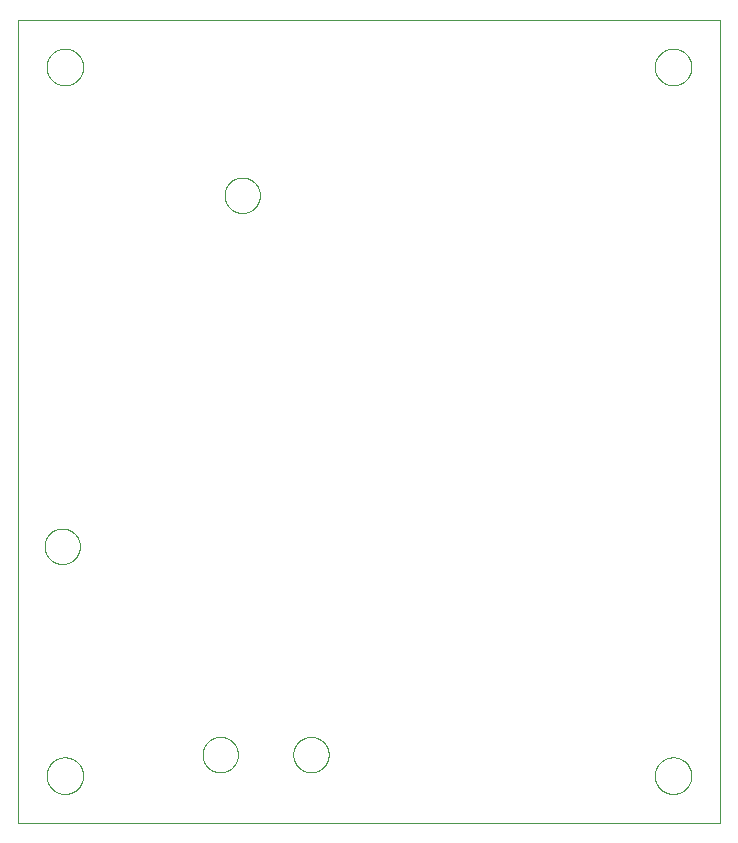
<source format=gbp>
G75*
%MOIN*%
%OFA0B0*%
%FSLAX25Y25*%
%IPPOS*%
%LPD*%
%AMOC8*
5,1,8,0,0,1.08239X$1,22.5*
%
%ADD10C,0.00000*%
D10*
X0001500Y0001500D02*
X0001500Y0269217D01*
X0235752Y0269217D01*
X0235752Y0001500D01*
X0001500Y0001500D01*
X0011146Y0017248D02*
X0011148Y0017404D01*
X0011154Y0017560D01*
X0011164Y0017715D01*
X0011178Y0017870D01*
X0011196Y0018025D01*
X0011218Y0018179D01*
X0011243Y0018333D01*
X0011273Y0018486D01*
X0011307Y0018638D01*
X0011344Y0018790D01*
X0011385Y0018940D01*
X0011430Y0019089D01*
X0011479Y0019237D01*
X0011532Y0019384D01*
X0011588Y0019529D01*
X0011648Y0019673D01*
X0011712Y0019815D01*
X0011780Y0019956D01*
X0011851Y0020094D01*
X0011925Y0020231D01*
X0012003Y0020366D01*
X0012084Y0020499D01*
X0012169Y0020630D01*
X0012257Y0020759D01*
X0012348Y0020885D01*
X0012443Y0021009D01*
X0012540Y0021130D01*
X0012641Y0021249D01*
X0012745Y0021366D01*
X0012851Y0021479D01*
X0012961Y0021590D01*
X0013073Y0021698D01*
X0013188Y0021803D01*
X0013306Y0021906D01*
X0013426Y0022005D01*
X0013549Y0022101D01*
X0013674Y0022194D01*
X0013801Y0022283D01*
X0013931Y0022370D01*
X0014063Y0022453D01*
X0014197Y0022532D01*
X0014333Y0022609D01*
X0014471Y0022681D01*
X0014610Y0022751D01*
X0014752Y0022816D01*
X0014895Y0022878D01*
X0015039Y0022936D01*
X0015185Y0022991D01*
X0015333Y0023042D01*
X0015481Y0023089D01*
X0015631Y0023132D01*
X0015782Y0023171D01*
X0015934Y0023207D01*
X0016086Y0023238D01*
X0016240Y0023266D01*
X0016394Y0023290D01*
X0016548Y0023310D01*
X0016703Y0023326D01*
X0016859Y0023338D01*
X0017014Y0023346D01*
X0017170Y0023350D01*
X0017326Y0023350D01*
X0017482Y0023346D01*
X0017637Y0023338D01*
X0017793Y0023326D01*
X0017948Y0023310D01*
X0018102Y0023290D01*
X0018256Y0023266D01*
X0018410Y0023238D01*
X0018562Y0023207D01*
X0018714Y0023171D01*
X0018865Y0023132D01*
X0019015Y0023089D01*
X0019163Y0023042D01*
X0019311Y0022991D01*
X0019457Y0022936D01*
X0019601Y0022878D01*
X0019744Y0022816D01*
X0019886Y0022751D01*
X0020025Y0022681D01*
X0020163Y0022609D01*
X0020299Y0022532D01*
X0020433Y0022453D01*
X0020565Y0022370D01*
X0020695Y0022283D01*
X0020822Y0022194D01*
X0020947Y0022101D01*
X0021070Y0022005D01*
X0021190Y0021906D01*
X0021308Y0021803D01*
X0021423Y0021698D01*
X0021535Y0021590D01*
X0021645Y0021479D01*
X0021751Y0021366D01*
X0021855Y0021249D01*
X0021956Y0021130D01*
X0022053Y0021009D01*
X0022148Y0020885D01*
X0022239Y0020759D01*
X0022327Y0020630D01*
X0022412Y0020499D01*
X0022493Y0020366D01*
X0022571Y0020231D01*
X0022645Y0020094D01*
X0022716Y0019956D01*
X0022784Y0019815D01*
X0022848Y0019673D01*
X0022908Y0019529D01*
X0022964Y0019384D01*
X0023017Y0019237D01*
X0023066Y0019089D01*
X0023111Y0018940D01*
X0023152Y0018790D01*
X0023189Y0018638D01*
X0023223Y0018486D01*
X0023253Y0018333D01*
X0023278Y0018179D01*
X0023300Y0018025D01*
X0023318Y0017870D01*
X0023332Y0017715D01*
X0023342Y0017560D01*
X0023348Y0017404D01*
X0023350Y0017248D01*
X0023348Y0017092D01*
X0023342Y0016936D01*
X0023332Y0016781D01*
X0023318Y0016626D01*
X0023300Y0016471D01*
X0023278Y0016317D01*
X0023253Y0016163D01*
X0023223Y0016010D01*
X0023189Y0015858D01*
X0023152Y0015706D01*
X0023111Y0015556D01*
X0023066Y0015407D01*
X0023017Y0015259D01*
X0022964Y0015112D01*
X0022908Y0014967D01*
X0022848Y0014823D01*
X0022784Y0014681D01*
X0022716Y0014540D01*
X0022645Y0014402D01*
X0022571Y0014265D01*
X0022493Y0014130D01*
X0022412Y0013997D01*
X0022327Y0013866D01*
X0022239Y0013737D01*
X0022148Y0013611D01*
X0022053Y0013487D01*
X0021956Y0013366D01*
X0021855Y0013247D01*
X0021751Y0013130D01*
X0021645Y0013017D01*
X0021535Y0012906D01*
X0021423Y0012798D01*
X0021308Y0012693D01*
X0021190Y0012590D01*
X0021070Y0012491D01*
X0020947Y0012395D01*
X0020822Y0012302D01*
X0020695Y0012213D01*
X0020565Y0012126D01*
X0020433Y0012043D01*
X0020299Y0011964D01*
X0020163Y0011887D01*
X0020025Y0011815D01*
X0019886Y0011745D01*
X0019744Y0011680D01*
X0019601Y0011618D01*
X0019457Y0011560D01*
X0019311Y0011505D01*
X0019163Y0011454D01*
X0019015Y0011407D01*
X0018865Y0011364D01*
X0018714Y0011325D01*
X0018562Y0011289D01*
X0018410Y0011258D01*
X0018256Y0011230D01*
X0018102Y0011206D01*
X0017948Y0011186D01*
X0017793Y0011170D01*
X0017637Y0011158D01*
X0017482Y0011150D01*
X0017326Y0011146D01*
X0017170Y0011146D01*
X0017014Y0011150D01*
X0016859Y0011158D01*
X0016703Y0011170D01*
X0016548Y0011186D01*
X0016394Y0011206D01*
X0016240Y0011230D01*
X0016086Y0011258D01*
X0015934Y0011289D01*
X0015782Y0011325D01*
X0015631Y0011364D01*
X0015481Y0011407D01*
X0015333Y0011454D01*
X0015185Y0011505D01*
X0015039Y0011560D01*
X0014895Y0011618D01*
X0014752Y0011680D01*
X0014610Y0011745D01*
X0014471Y0011815D01*
X0014333Y0011887D01*
X0014197Y0011964D01*
X0014063Y0012043D01*
X0013931Y0012126D01*
X0013801Y0012213D01*
X0013674Y0012302D01*
X0013549Y0012395D01*
X0013426Y0012491D01*
X0013306Y0012590D01*
X0013188Y0012693D01*
X0013073Y0012798D01*
X0012961Y0012906D01*
X0012851Y0013017D01*
X0012745Y0013130D01*
X0012641Y0013247D01*
X0012540Y0013366D01*
X0012443Y0013487D01*
X0012348Y0013611D01*
X0012257Y0013737D01*
X0012169Y0013866D01*
X0012084Y0013997D01*
X0012003Y0014130D01*
X0011925Y0014265D01*
X0011851Y0014402D01*
X0011780Y0014540D01*
X0011712Y0014681D01*
X0011648Y0014823D01*
X0011588Y0014967D01*
X0011532Y0015112D01*
X0011479Y0015259D01*
X0011430Y0015407D01*
X0011385Y0015556D01*
X0011344Y0015706D01*
X0011307Y0015858D01*
X0011273Y0016010D01*
X0011243Y0016163D01*
X0011218Y0016317D01*
X0011196Y0016471D01*
X0011178Y0016626D01*
X0011164Y0016781D01*
X0011154Y0016936D01*
X0011148Y0017092D01*
X0011146Y0017248D01*
X0063153Y0024256D02*
X0063155Y0024409D01*
X0063161Y0024563D01*
X0063171Y0024716D01*
X0063185Y0024868D01*
X0063203Y0025021D01*
X0063225Y0025172D01*
X0063250Y0025323D01*
X0063280Y0025474D01*
X0063314Y0025624D01*
X0063351Y0025772D01*
X0063392Y0025920D01*
X0063437Y0026066D01*
X0063486Y0026212D01*
X0063539Y0026356D01*
X0063595Y0026498D01*
X0063655Y0026639D01*
X0063719Y0026779D01*
X0063786Y0026917D01*
X0063857Y0027053D01*
X0063932Y0027187D01*
X0064009Y0027319D01*
X0064091Y0027449D01*
X0064175Y0027577D01*
X0064263Y0027703D01*
X0064354Y0027826D01*
X0064448Y0027947D01*
X0064546Y0028065D01*
X0064646Y0028181D01*
X0064750Y0028294D01*
X0064856Y0028405D01*
X0064965Y0028513D01*
X0065077Y0028618D01*
X0065191Y0028719D01*
X0065309Y0028818D01*
X0065428Y0028914D01*
X0065550Y0029007D01*
X0065675Y0029096D01*
X0065802Y0029183D01*
X0065931Y0029265D01*
X0066062Y0029345D01*
X0066195Y0029421D01*
X0066330Y0029494D01*
X0066467Y0029563D01*
X0066606Y0029628D01*
X0066746Y0029690D01*
X0066888Y0029748D01*
X0067031Y0029803D01*
X0067176Y0029854D01*
X0067322Y0029901D01*
X0067469Y0029944D01*
X0067617Y0029983D01*
X0067766Y0030019D01*
X0067916Y0030050D01*
X0068067Y0030078D01*
X0068218Y0030102D01*
X0068371Y0030122D01*
X0068523Y0030138D01*
X0068676Y0030150D01*
X0068829Y0030158D01*
X0068982Y0030162D01*
X0069136Y0030162D01*
X0069289Y0030158D01*
X0069442Y0030150D01*
X0069595Y0030138D01*
X0069747Y0030122D01*
X0069900Y0030102D01*
X0070051Y0030078D01*
X0070202Y0030050D01*
X0070352Y0030019D01*
X0070501Y0029983D01*
X0070649Y0029944D01*
X0070796Y0029901D01*
X0070942Y0029854D01*
X0071087Y0029803D01*
X0071230Y0029748D01*
X0071372Y0029690D01*
X0071512Y0029628D01*
X0071651Y0029563D01*
X0071788Y0029494D01*
X0071923Y0029421D01*
X0072056Y0029345D01*
X0072187Y0029265D01*
X0072316Y0029183D01*
X0072443Y0029096D01*
X0072568Y0029007D01*
X0072690Y0028914D01*
X0072809Y0028818D01*
X0072927Y0028719D01*
X0073041Y0028618D01*
X0073153Y0028513D01*
X0073262Y0028405D01*
X0073368Y0028294D01*
X0073472Y0028181D01*
X0073572Y0028065D01*
X0073670Y0027947D01*
X0073764Y0027826D01*
X0073855Y0027703D01*
X0073943Y0027577D01*
X0074027Y0027449D01*
X0074109Y0027319D01*
X0074186Y0027187D01*
X0074261Y0027053D01*
X0074332Y0026917D01*
X0074399Y0026779D01*
X0074463Y0026639D01*
X0074523Y0026498D01*
X0074579Y0026356D01*
X0074632Y0026212D01*
X0074681Y0026066D01*
X0074726Y0025920D01*
X0074767Y0025772D01*
X0074804Y0025624D01*
X0074838Y0025474D01*
X0074868Y0025323D01*
X0074893Y0025172D01*
X0074915Y0025021D01*
X0074933Y0024868D01*
X0074947Y0024716D01*
X0074957Y0024563D01*
X0074963Y0024409D01*
X0074965Y0024256D01*
X0074963Y0024103D01*
X0074957Y0023949D01*
X0074947Y0023796D01*
X0074933Y0023644D01*
X0074915Y0023491D01*
X0074893Y0023340D01*
X0074868Y0023189D01*
X0074838Y0023038D01*
X0074804Y0022888D01*
X0074767Y0022740D01*
X0074726Y0022592D01*
X0074681Y0022446D01*
X0074632Y0022300D01*
X0074579Y0022156D01*
X0074523Y0022014D01*
X0074463Y0021873D01*
X0074399Y0021733D01*
X0074332Y0021595D01*
X0074261Y0021459D01*
X0074186Y0021325D01*
X0074109Y0021193D01*
X0074027Y0021063D01*
X0073943Y0020935D01*
X0073855Y0020809D01*
X0073764Y0020686D01*
X0073670Y0020565D01*
X0073572Y0020447D01*
X0073472Y0020331D01*
X0073368Y0020218D01*
X0073262Y0020107D01*
X0073153Y0019999D01*
X0073041Y0019894D01*
X0072927Y0019793D01*
X0072809Y0019694D01*
X0072690Y0019598D01*
X0072568Y0019505D01*
X0072443Y0019416D01*
X0072316Y0019329D01*
X0072187Y0019247D01*
X0072056Y0019167D01*
X0071923Y0019091D01*
X0071788Y0019018D01*
X0071651Y0018949D01*
X0071512Y0018884D01*
X0071372Y0018822D01*
X0071230Y0018764D01*
X0071087Y0018709D01*
X0070942Y0018658D01*
X0070796Y0018611D01*
X0070649Y0018568D01*
X0070501Y0018529D01*
X0070352Y0018493D01*
X0070202Y0018462D01*
X0070051Y0018434D01*
X0069900Y0018410D01*
X0069747Y0018390D01*
X0069595Y0018374D01*
X0069442Y0018362D01*
X0069289Y0018354D01*
X0069136Y0018350D01*
X0068982Y0018350D01*
X0068829Y0018354D01*
X0068676Y0018362D01*
X0068523Y0018374D01*
X0068371Y0018390D01*
X0068218Y0018410D01*
X0068067Y0018434D01*
X0067916Y0018462D01*
X0067766Y0018493D01*
X0067617Y0018529D01*
X0067469Y0018568D01*
X0067322Y0018611D01*
X0067176Y0018658D01*
X0067031Y0018709D01*
X0066888Y0018764D01*
X0066746Y0018822D01*
X0066606Y0018884D01*
X0066467Y0018949D01*
X0066330Y0019018D01*
X0066195Y0019091D01*
X0066062Y0019167D01*
X0065931Y0019247D01*
X0065802Y0019329D01*
X0065675Y0019416D01*
X0065550Y0019505D01*
X0065428Y0019598D01*
X0065309Y0019694D01*
X0065191Y0019793D01*
X0065077Y0019894D01*
X0064965Y0019999D01*
X0064856Y0020107D01*
X0064750Y0020218D01*
X0064646Y0020331D01*
X0064546Y0020447D01*
X0064448Y0020565D01*
X0064354Y0020686D01*
X0064263Y0020809D01*
X0064175Y0020935D01*
X0064091Y0021063D01*
X0064009Y0021193D01*
X0063932Y0021325D01*
X0063857Y0021459D01*
X0063786Y0021595D01*
X0063719Y0021733D01*
X0063655Y0021873D01*
X0063595Y0022014D01*
X0063539Y0022156D01*
X0063486Y0022300D01*
X0063437Y0022446D01*
X0063392Y0022592D01*
X0063351Y0022740D01*
X0063314Y0022888D01*
X0063280Y0023038D01*
X0063250Y0023189D01*
X0063225Y0023340D01*
X0063203Y0023491D01*
X0063185Y0023644D01*
X0063171Y0023796D01*
X0063161Y0023949D01*
X0063155Y0024103D01*
X0063153Y0024256D01*
X0093389Y0024256D02*
X0093391Y0024409D01*
X0093397Y0024563D01*
X0093407Y0024716D01*
X0093421Y0024868D01*
X0093439Y0025021D01*
X0093461Y0025172D01*
X0093486Y0025323D01*
X0093516Y0025474D01*
X0093550Y0025624D01*
X0093587Y0025772D01*
X0093628Y0025920D01*
X0093673Y0026066D01*
X0093722Y0026212D01*
X0093775Y0026356D01*
X0093831Y0026498D01*
X0093891Y0026639D01*
X0093955Y0026779D01*
X0094022Y0026917D01*
X0094093Y0027053D01*
X0094168Y0027187D01*
X0094245Y0027319D01*
X0094327Y0027449D01*
X0094411Y0027577D01*
X0094499Y0027703D01*
X0094590Y0027826D01*
X0094684Y0027947D01*
X0094782Y0028065D01*
X0094882Y0028181D01*
X0094986Y0028294D01*
X0095092Y0028405D01*
X0095201Y0028513D01*
X0095313Y0028618D01*
X0095427Y0028719D01*
X0095545Y0028818D01*
X0095664Y0028914D01*
X0095786Y0029007D01*
X0095911Y0029096D01*
X0096038Y0029183D01*
X0096167Y0029265D01*
X0096298Y0029345D01*
X0096431Y0029421D01*
X0096566Y0029494D01*
X0096703Y0029563D01*
X0096842Y0029628D01*
X0096982Y0029690D01*
X0097124Y0029748D01*
X0097267Y0029803D01*
X0097412Y0029854D01*
X0097558Y0029901D01*
X0097705Y0029944D01*
X0097853Y0029983D01*
X0098002Y0030019D01*
X0098152Y0030050D01*
X0098303Y0030078D01*
X0098454Y0030102D01*
X0098607Y0030122D01*
X0098759Y0030138D01*
X0098912Y0030150D01*
X0099065Y0030158D01*
X0099218Y0030162D01*
X0099372Y0030162D01*
X0099525Y0030158D01*
X0099678Y0030150D01*
X0099831Y0030138D01*
X0099983Y0030122D01*
X0100136Y0030102D01*
X0100287Y0030078D01*
X0100438Y0030050D01*
X0100588Y0030019D01*
X0100737Y0029983D01*
X0100885Y0029944D01*
X0101032Y0029901D01*
X0101178Y0029854D01*
X0101323Y0029803D01*
X0101466Y0029748D01*
X0101608Y0029690D01*
X0101748Y0029628D01*
X0101887Y0029563D01*
X0102024Y0029494D01*
X0102159Y0029421D01*
X0102292Y0029345D01*
X0102423Y0029265D01*
X0102552Y0029183D01*
X0102679Y0029096D01*
X0102804Y0029007D01*
X0102926Y0028914D01*
X0103045Y0028818D01*
X0103163Y0028719D01*
X0103277Y0028618D01*
X0103389Y0028513D01*
X0103498Y0028405D01*
X0103604Y0028294D01*
X0103708Y0028181D01*
X0103808Y0028065D01*
X0103906Y0027947D01*
X0104000Y0027826D01*
X0104091Y0027703D01*
X0104179Y0027577D01*
X0104263Y0027449D01*
X0104345Y0027319D01*
X0104422Y0027187D01*
X0104497Y0027053D01*
X0104568Y0026917D01*
X0104635Y0026779D01*
X0104699Y0026639D01*
X0104759Y0026498D01*
X0104815Y0026356D01*
X0104868Y0026212D01*
X0104917Y0026066D01*
X0104962Y0025920D01*
X0105003Y0025772D01*
X0105040Y0025624D01*
X0105074Y0025474D01*
X0105104Y0025323D01*
X0105129Y0025172D01*
X0105151Y0025021D01*
X0105169Y0024868D01*
X0105183Y0024716D01*
X0105193Y0024563D01*
X0105199Y0024409D01*
X0105201Y0024256D01*
X0105199Y0024103D01*
X0105193Y0023949D01*
X0105183Y0023796D01*
X0105169Y0023644D01*
X0105151Y0023491D01*
X0105129Y0023340D01*
X0105104Y0023189D01*
X0105074Y0023038D01*
X0105040Y0022888D01*
X0105003Y0022740D01*
X0104962Y0022592D01*
X0104917Y0022446D01*
X0104868Y0022300D01*
X0104815Y0022156D01*
X0104759Y0022014D01*
X0104699Y0021873D01*
X0104635Y0021733D01*
X0104568Y0021595D01*
X0104497Y0021459D01*
X0104422Y0021325D01*
X0104345Y0021193D01*
X0104263Y0021063D01*
X0104179Y0020935D01*
X0104091Y0020809D01*
X0104000Y0020686D01*
X0103906Y0020565D01*
X0103808Y0020447D01*
X0103708Y0020331D01*
X0103604Y0020218D01*
X0103498Y0020107D01*
X0103389Y0019999D01*
X0103277Y0019894D01*
X0103163Y0019793D01*
X0103045Y0019694D01*
X0102926Y0019598D01*
X0102804Y0019505D01*
X0102679Y0019416D01*
X0102552Y0019329D01*
X0102423Y0019247D01*
X0102292Y0019167D01*
X0102159Y0019091D01*
X0102024Y0019018D01*
X0101887Y0018949D01*
X0101748Y0018884D01*
X0101608Y0018822D01*
X0101466Y0018764D01*
X0101323Y0018709D01*
X0101178Y0018658D01*
X0101032Y0018611D01*
X0100885Y0018568D01*
X0100737Y0018529D01*
X0100588Y0018493D01*
X0100438Y0018462D01*
X0100287Y0018434D01*
X0100136Y0018410D01*
X0099983Y0018390D01*
X0099831Y0018374D01*
X0099678Y0018362D01*
X0099525Y0018354D01*
X0099372Y0018350D01*
X0099218Y0018350D01*
X0099065Y0018354D01*
X0098912Y0018362D01*
X0098759Y0018374D01*
X0098607Y0018390D01*
X0098454Y0018410D01*
X0098303Y0018434D01*
X0098152Y0018462D01*
X0098002Y0018493D01*
X0097853Y0018529D01*
X0097705Y0018568D01*
X0097558Y0018611D01*
X0097412Y0018658D01*
X0097267Y0018709D01*
X0097124Y0018764D01*
X0096982Y0018822D01*
X0096842Y0018884D01*
X0096703Y0018949D01*
X0096566Y0019018D01*
X0096431Y0019091D01*
X0096298Y0019167D01*
X0096167Y0019247D01*
X0096038Y0019329D01*
X0095911Y0019416D01*
X0095786Y0019505D01*
X0095664Y0019598D01*
X0095545Y0019694D01*
X0095427Y0019793D01*
X0095313Y0019894D01*
X0095201Y0019999D01*
X0095092Y0020107D01*
X0094986Y0020218D01*
X0094882Y0020331D01*
X0094782Y0020447D01*
X0094684Y0020565D01*
X0094590Y0020686D01*
X0094499Y0020809D01*
X0094411Y0020935D01*
X0094327Y0021063D01*
X0094245Y0021193D01*
X0094168Y0021325D01*
X0094093Y0021459D01*
X0094022Y0021595D01*
X0093955Y0021733D01*
X0093891Y0021873D01*
X0093831Y0022014D01*
X0093775Y0022156D01*
X0093722Y0022300D01*
X0093673Y0022446D01*
X0093628Y0022592D01*
X0093587Y0022740D01*
X0093550Y0022888D01*
X0093516Y0023038D01*
X0093486Y0023189D01*
X0093461Y0023340D01*
X0093439Y0023491D01*
X0093421Y0023644D01*
X0093407Y0023796D01*
X0093397Y0023949D01*
X0093391Y0024103D01*
X0093389Y0024256D01*
X0010476Y0093713D02*
X0010478Y0093866D01*
X0010484Y0094020D01*
X0010494Y0094173D01*
X0010508Y0094325D01*
X0010526Y0094478D01*
X0010548Y0094629D01*
X0010573Y0094780D01*
X0010603Y0094931D01*
X0010637Y0095081D01*
X0010674Y0095229D01*
X0010715Y0095377D01*
X0010760Y0095523D01*
X0010809Y0095669D01*
X0010862Y0095813D01*
X0010918Y0095955D01*
X0010978Y0096096D01*
X0011042Y0096236D01*
X0011109Y0096374D01*
X0011180Y0096510D01*
X0011255Y0096644D01*
X0011332Y0096776D01*
X0011414Y0096906D01*
X0011498Y0097034D01*
X0011586Y0097160D01*
X0011677Y0097283D01*
X0011771Y0097404D01*
X0011869Y0097522D01*
X0011969Y0097638D01*
X0012073Y0097751D01*
X0012179Y0097862D01*
X0012288Y0097970D01*
X0012400Y0098075D01*
X0012514Y0098176D01*
X0012632Y0098275D01*
X0012751Y0098371D01*
X0012873Y0098464D01*
X0012998Y0098553D01*
X0013125Y0098640D01*
X0013254Y0098722D01*
X0013385Y0098802D01*
X0013518Y0098878D01*
X0013653Y0098951D01*
X0013790Y0099020D01*
X0013929Y0099085D01*
X0014069Y0099147D01*
X0014211Y0099205D01*
X0014354Y0099260D01*
X0014499Y0099311D01*
X0014645Y0099358D01*
X0014792Y0099401D01*
X0014940Y0099440D01*
X0015089Y0099476D01*
X0015239Y0099507D01*
X0015390Y0099535D01*
X0015541Y0099559D01*
X0015694Y0099579D01*
X0015846Y0099595D01*
X0015999Y0099607D01*
X0016152Y0099615D01*
X0016305Y0099619D01*
X0016459Y0099619D01*
X0016612Y0099615D01*
X0016765Y0099607D01*
X0016918Y0099595D01*
X0017070Y0099579D01*
X0017223Y0099559D01*
X0017374Y0099535D01*
X0017525Y0099507D01*
X0017675Y0099476D01*
X0017824Y0099440D01*
X0017972Y0099401D01*
X0018119Y0099358D01*
X0018265Y0099311D01*
X0018410Y0099260D01*
X0018553Y0099205D01*
X0018695Y0099147D01*
X0018835Y0099085D01*
X0018974Y0099020D01*
X0019111Y0098951D01*
X0019246Y0098878D01*
X0019379Y0098802D01*
X0019510Y0098722D01*
X0019639Y0098640D01*
X0019766Y0098553D01*
X0019891Y0098464D01*
X0020013Y0098371D01*
X0020132Y0098275D01*
X0020250Y0098176D01*
X0020364Y0098075D01*
X0020476Y0097970D01*
X0020585Y0097862D01*
X0020691Y0097751D01*
X0020795Y0097638D01*
X0020895Y0097522D01*
X0020993Y0097404D01*
X0021087Y0097283D01*
X0021178Y0097160D01*
X0021266Y0097034D01*
X0021350Y0096906D01*
X0021432Y0096776D01*
X0021509Y0096644D01*
X0021584Y0096510D01*
X0021655Y0096374D01*
X0021722Y0096236D01*
X0021786Y0096096D01*
X0021846Y0095955D01*
X0021902Y0095813D01*
X0021955Y0095669D01*
X0022004Y0095523D01*
X0022049Y0095377D01*
X0022090Y0095229D01*
X0022127Y0095081D01*
X0022161Y0094931D01*
X0022191Y0094780D01*
X0022216Y0094629D01*
X0022238Y0094478D01*
X0022256Y0094325D01*
X0022270Y0094173D01*
X0022280Y0094020D01*
X0022286Y0093866D01*
X0022288Y0093713D01*
X0022286Y0093560D01*
X0022280Y0093406D01*
X0022270Y0093253D01*
X0022256Y0093101D01*
X0022238Y0092948D01*
X0022216Y0092797D01*
X0022191Y0092646D01*
X0022161Y0092495D01*
X0022127Y0092345D01*
X0022090Y0092197D01*
X0022049Y0092049D01*
X0022004Y0091903D01*
X0021955Y0091757D01*
X0021902Y0091613D01*
X0021846Y0091471D01*
X0021786Y0091330D01*
X0021722Y0091190D01*
X0021655Y0091052D01*
X0021584Y0090916D01*
X0021509Y0090782D01*
X0021432Y0090650D01*
X0021350Y0090520D01*
X0021266Y0090392D01*
X0021178Y0090266D01*
X0021087Y0090143D01*
X0020993Y0090022D01*
X0020895Y0089904D01*
X0020795Y0089788D01*
X0020691Y0089675D01*
X0020585Y0089564D01*
X0020476Y0089456D01*
X0020364Y0089351D01*
X0020250Y0089250D01*
X0020132Y0089151D01*
X0020013Y0089055D01*
X0019891Y0088962D01*
X0019766Y0088873D01*
X0019639Y0088786D01*
X0019510Y0088704D01*
X0019379Y0088624D01*
X0019246Y0088548D01*
X0019111Y0088475D01*
X0018974Y0088406D01*
X0018835Y0088341D01*
X0018695Y0088279D01*
X0018553Y0088221D01*
X0018410Y0088166D01*
X0018265Y0088115D01*
X0018119Y0088068D01*
X0017972Y0088025D01*
X0017824Y0087986D01*
X0017675Y0087950D01*
X0017525Y0087919D01*
X0017374Y0087891D01*
X0017223Y0087867D01*
X0017070Y0087847D01*
X0016918Y0087831D01*
X0016765Y0087819D01*
X0016612Y0087811D01*
X0016459Y0087807D01*
X0016305Y0087807D01*
X0016152Y0087811D01*
X0015999Y0087819D01*
X0015846Y0087831D01*
X0015694Y0087847D01*
X0015541Y0087867D01*
X0015390Y0087891D01*
X0015239Y0087919D01*
X0015089Y0087950D01*
X0014940Y0087986D01*
X0014792Y0088025D01*
X0014645Y0088068D01*
X0014499Y0088115D01*
X0014354Y0088166D01*
X0014211Y0088221D01*
X0014069Y0088279D01*
X0013929Y0088341D01*
X0013790Y0088406D01*
X0013653Y0088475D01*
X0013518Y0088548D01*
X0013385Y0088624D01*
X0013254Y0088704D01*
X0013125Y0088786D01*
X0012998Y0088873D01*
X0012873Y0088962D01*
X0012751Y0089055D01*
X0012632Y0089151D01*
X0012514Y0089250D01*
X0012400Y0089351D01*
X0012288Y0089456D01*
X0012179Y0089564D01*
X0012073Y0089675D01*
X0011969Y0089788D01*
X0011869Y0089904D01*
X0011771Y0090022D01*
X0011677Y0090143D01*
X0011586Y0090266D01*
X0011498Y0090392D01*
X0011414Y0090520D01*
X0011332Y0090650D01*
X0011255Y0090782D01*
X0011180Y0090916D01*
X0011109Y0091052D01*
X0011042Y0091190D01*
X0010978Y0091330D01*
X0010918Y0091471D01*
X0010862Y0091613D01*
X0010809Y0091757D01*
X0010760Y0091903D01*
X0010715Y0092049D01*
X0010674Y0092197D01*
X0010637Y0092345D01*
X0010603Y0092495D01*
X0010573Y0092646D01*
X0010548Y0092797D01*
X0010526Y0092948D01*
X0010508Y0093101D01*
X0010494Y0093253D01*
X0010484Y0093406D01*
X0010478Y0093560D01*
X0010476Y0093713D01*
X0070476Y0210713D02*
X0070478Y0210866D01*
X0070484Y0211020D01*
X0070494Y0211173D01*
X0070508Y0211325D01*
X0070526Y0211478D01*
X0070548Y0211629D01*
X0070573Y0211780D01*
X0070603Y0211931D01*
X0070637Y0212081D01*
X0070674Y0212229D01*
X0070715Y0212377D01*
X0070760Y0212523D01*
X0070809Y0212669D01*
X0070862Y0212813D01*
X0070918Y0212955D01*
X0070978Y0213096D01*
X0071042Y0213236D01*
X0071109Y0213374D01*
X0071180Y0213510D01*
X0071255Y0213644D01*
X0071332Y0213776D01*
X0071414Y0213906D01*
X0071498Y0214034D01*
X0071586Y0214160D01*
X0071677Y0214283D01*
X0071771Y0214404D01*
X0071869Y0214522D01*
X0071969Y0214638D01*
X0072073Y0214751D01*
X0072179Y0214862D01*
X0072288Y0214970D01*
X0072400Y0215075D01*
X0072514Y0215176D01*
X0072632Y0215275D01*
X0072751Y0215371D01*
X0072873Y0215464D01*
X0072998Y0215553D01*
X0073125Y0215640D01*
X0073254Y0215722D01*
X0073385Y0215802D01*
X0073518Y0215878D01*
X0073653Y0215951D01*
X0073790Y0216020D01*
X0073929Y0216085D01*
X0074069Y0216147D01*
X0074211Y0216205D01*
X0074354Y0216260D01*
X0074499Y0216311D01*
X0074645Y0216358D01*
X0074792Y0216401D01*
X0074940Y0216440D01*
X0075089Y0216476D01*
X0075239Y0216507D01*
X0075390Y0216535D01*
X0075541Y0216559D01*
X0075694Y0216579D01*
X0075846Y0216595D01*
X0075999Y0216607D01*
X0076152Y0216615D01*
X0076305Y0216619D01*
X0076459Y0216619D01*
X0076612Y0216615D01*
X0076765Y0216607D01*
X0076918Y0216595D01*
X0077070Y0216579D01*
X0077223Y0216559D01*
X0077374Y0216535D01*
X0077525Y0216507D01*
X0077675Y0216476D01*
X0077824Y0216440D01*
X0077972Y0216401D01*
X0078119Y0216358D01*
X0078265Y0216311D01*
X0078410Y0216260D01*
X0078553Y0216205D01*
X0078695Y0216147D01*
X0078835Y0216085D01*
X0078974Y0216020D01*
X0079111Y0215951D01*
X0079246Y0215878D01*
X0079379Y0215802D01*
X0079510Y0215722D01*
X0079639Y0215640D01*
X0079766Y0215553D01*
X0079891Y0215464D01*
X0080013Y0215371D01*
X0080132Y0215275D01*
X0080250Y0215176D01*
X0080364Y0215075D01*
X0080476Y0214970D01*
X0080585Y0214862D01*
X0080691Y0214751D01*
X0080795Y0214638D01*
X0080895Y0214522D01*
X0080993Y0214404D01*
X0081087Y0214283D01*
X0081178Y0214160D01*
X0081266Y0214034D01*
X0081350Y0213906D01*
X0081432Y0213776D01*
X0081509Y0213644D01*
X0081584Y0213510D01*
X0081655Y0213374D01*
X0081722Y0213236D01*
X0081786Y0213096D01*
X0081846Y0212955D01*
X0081902Y0212813D01*
X0081955Y0212669D01*
X0082004Y0212523D01*
X0082049Y0212377D01*
X0082090Y0212229D01*
X0082127Y0212081D01*
X0082161Y0211931D01*
X0082191Y0211780D01*
X0082216Y0211629D01*
X0082238Y0211478D01*
X0082256Y0211325D01*
X0082270Y0211173D01*
X0082280Y0211020D01*
X0082286Y0210866D01*
X0082288Y0210713D01*
X0082286Y0210560D01*
X0082280Y0210406D01*
X0082270Y0210253D01*
X0082256Y0210101D01*
X0082238Y0209948D01*
X0082216Y0209797D01*
X0082191Y0209646D01*
X0082161Y0209495D01*
X0082127Y0209345D01*
X0082090Y0209197D01*
X0082049Y0209049D01*
X0082004Y0208903D01*
X0081955Y0208757D01*
X0081902Y0208613D01*
X0081846Y0208471D01*
X0081786Y0208330D01*
X0081722Y0208190D01*
X0081655Y0208052D01*
X0081584Y0207916D01*
X0081509Y0207782D01*
X0081432Y0207650D01*
X0081350Y0207520D01*
X0081266Y0207392D01*
X0081178Y0207266D01*
X0081087Y0207143D01*
X0080993Y0207022D01*
X0080895Y0206904D01*
X0080795Y0206788D01*
X0080691Y0206675D01*
X0080585Y0206564D01*
X0080476Y0206456D01*
X0080364Y0206351D01*
X0080250Y0206250D01*
X0080132Y0206151D01*
X0080013Y0206055D01*
X0079891Y0205962D01*
X0079766Y0205873D01*
X0079639Y0205786D01*
X0079510Y0205704D01*
X0079379Y0205624D01*
X0079246Y0205548D01*
X0079111Y0205475D01*
X0078974Y0205406D01*
X0078835Y0205341D01*
X0078695Y0205279D01*
X0078553Y0205221D01*
X0078410Y0205166D01*
X0078265Y0205115D01*
X0078119Y0205068D01*
X0077972Y0205025D01*
X0077824Y0204986D01*
X0077675Y0204950D01*
X0077525Y0204919D01*
X0077374Y0204891D01*
X0077223Y0204867D01*
X0077070Y0204847D01*
X0076918Y0204831D01*
X0076765Y0204819D01*
X0076612Y0204811D01*
X0076459Y0204807D01*
X0076305Y0204807D01*
X0076152Y0204811D01*
X0075999Y0204819D01*
X0075846Y0204831D01*
X0075694Y0204847D01*
X0075541Y0204867D01*
X0075390Y0204891D01*
X0075239Y0204919D01*
X0075089Y0204950D01*
X0074940Y0204986D01*
X0074792Y0205025D01*
X0074645Y0205068D01*
X0074499Y0205115D01*
X0074354Y0205166D01*
X0074211Y0205221D01*
X0074069Y0205279D01*
X0073929Y0205341D01*
X0073790Y0205406D01*
X0073653Y0205475D01*
X0073518Y0205548D01*
X0073385Y0205624D01*
X0073254Y0205704D01*
X0073125Y0205786D01*
X0072998Y0205873D01*
X0072873Y0205962D01*
X0072751Y0206055D01*
X0072632Y0206151D01*
X0072514Y0206250D01*
X0072400Y0206351D01*
X0072288Y0206456D01*
X0072179Y0206564D01*
X0072073Y0206675D01*
X0071969Y0206788D01*
X0071869Y0206904D01*
X0071771Y0207022D01*
X0071677Y0207143D01*
X0071586Y0207266D01*
X0071498Y0207392D01*
X0071414Y0207520D01*
X0071332Y0207650D01*
X0071255Y0207782D01*
X0071180Y0207916D01*
X0071109Y0208052D01*
X0071042Y0208190D01*
X0070978Y0208330D01*
X0070918Y0208471D01*
X0070862Y0208613D01*
X0070809Y0208757D01*
X0070760Y0208903D01*
X0070715Y0209049D01*
X0070674Y0209197D01*
X0070637Y0209345D01*
X0070603Y0209495D01*
X0070573Y0209646D01*
X0070548Y0209797D01*
X0070526Y0209948D01*
X0070508Y0210101D01*
X0070494Y0210253D01*
X0070484Y0210406D01*
X0070478Y0210560D01*
X0070476Y0210713D01*
X0011146Y0253469D02*
X0011148Y0253625D01*
X0011154Y0253781D01*
X0011164Y0253936D01*
X0011178Y0254091D01*
X0011196Y0254246D01*
X0011218Y0254400D01*
X0011243Y0254554D01*
X0011273Y0254707D01*
X0011307Y0254859D01*
X0011344Y0255011D01*
X0011385Y0255161D01*
X0011430Y0255310D01*
X0011479Y0255458D01*
X0011532Y0255605D01*
X0011588Y0255750D01*
X0011648Y0255894D01*
X0011712Y0256036D01*
X0011780Y0256177D01*
X0011851Y0256315D01*
X0011925Y0256452D01*
X0012003Y0256587D01*
X0012084Y0256720D01*
X0012169Y0256851D01*
X0012257Y0256980D01*
X0012348Y0257106D01*
X0012443Y0257230D01*
X0012540Y0257351D01*
X0012641Y0257470D01*
X0012745Y0257587D01*
X0012851Y0257700D01*
X0012961Y0257811D01*
X0013073Y0257919D01*
X0013188Y0258024D01*
X0013306Y0258127D01*
X0013426Y0258226D01*
X0013549Y0258322D01*
X0013674Y0258415D01*
X0013801Y0258504D01*
X0013931Y0258591D01*
X0014063Y0258674D01*
X0014197Y0258753D01*
X0014333Y0258830D01*
X0014471Y0258902D01*
X0014610Y0258972D01*
X0014752Y0259037D01*
X0014895Y0259099D01*
X0015039Y0259157D01*
X0015185Y0259212D01*
X0015333Y0259263D01*
X0015481Y0259310D01*
X0015631Y0259353D01*
X0015782Y0259392D01*
X0015934Y0259428D01*
X0016086Y0259459D01*
X0016240Y0259487D01*
X0016394Y0259511D01*
X0016548Y0259531D01*
X0016703Y0259547D01*
X0016859Y0259559D01*
X0017014Y0259567D01*
X0017170Y0259571D01*
X0017326Y0259571D01*
X0017482Y0259567D01*
X0017637Y0259559D01*
X0017793Y0259547D01*
X0017948Y0259531D01*
X0018102Y0259511D01*
X0018256Y0259487D01*
X0018410Y0259459D01*
X0018562Y0259428D01*
X0018714Y0259392D01*
X0018865Y0259353D01*
X0019015Y0259310D01*
X0019163Y0259263D01*
X0019311Y0259212D01*
X0019457Y0259157D01*
X0019601Y0259099D01*
X0019744Y0259037D01*
X0019886Y0258972D01*
X0020025Y0258902D01*
X0020163Y0258830D01*
X0020299Y0258753D01*
X0020433Y0258674D01*
X0020565Y0258591D01*
X0020695Y0258504D01*
X0020822Y0258415D01*
X0020947Y0258322D01*
X0021070Y0258226D01*
X0021190Y0258127D01*
X0021308Y0258024D01*
X0021423Y0257919D01*
X0021535Y0257811D01*
X0021645Y0257700D01*
X0021751Y0257587D01*
X0021855Y0257470D01*
X0021956Y0257351D01*
X0022053Y0257230D01*
X0022148Y0257106D01*
X0022239Y0256980D01*
X0022327Y0256851D01*
X0022412Y0256720D01*
X0022493Y0256587D01*
X0022571Y0256452D01*
X0022645Y0256315D01*
X0022716Y0256177D01*
X0022784Y0256036D01*
X0022848Y0255894D01*
X0022908Y0255750D01*
X0022964Y0255605D01*
X0023017Y0255458D01*
X0023066Y0255310D01*
X0023111Y0255161D01*
X0023152Y0255011D01*
X0023189Y0254859D01*
X0023223Y0254707D01*
X0023253Y0254554D01*
X0023278Y0254400D01*
X0023300Y0254246D01*
X0023318Y0254091D01*
X0023332Y0253936D01*
X0023342Y0253781D01*
X0023348Y0253625D01*
X0023350Y0253469D01*
X0023348Y0253313D01*
X0023342Y0253157D01*
X0023332Y0253002D01*
X0023318Y0252847D01*
X0023300Y0252692D01*
X0023278Y0252538D01*
X0023253Y0252384D01*
X0023223Y0252231D01*
X0023189Y0252079D01*
X0023152Y0251927D01*
X0023111Y0251777D01*
X0023066Y0251628D01*
X0023017Y0251480D01*
X0022964Y0251333D01*
X0022908Y0251188D01*
X0022848Y0251044D01*
X0022784Y0250902D01*
X0022716Y0250761D01*
X0022645Y0250623D01*
X0022571Y0250486D01*
X0022493Y0250351D01*
X0022412Y0250218D01*
X0022327Y0250087D01*
X0022239Y0249958D01*
X0022148Y0249832D01*
X0022053Y0249708D01*
X0021956Y0249587D01*
X0021855Y0249468D01*
X0021751Y0249351D01*
X0021645Y0249238D01*
X0021535Y0249127D01*
X0021423Y0249019D01*
X0021308Y0248914D01*
X0021190Y0248811D01*
X0021070Y0248712D01*
X0020947Y0248616D01*
X0020822Y0248523D01*
X0020695Y0248434D01*
X0020565Y0248347D01*
X0020433Y0248264D01*
X0020299Y0248185D01*
X0020163Y0248108D01*
X0020025Y0248036D01*
X0019886Y0247966D01*
X0019744Y0247901D01*
X0019601Y0247839D01*
X0019457Y0247781D01*
X0019311Y0247726D01*
X0019163Y0247675D01*
X0019015Y0247628D01*
X0018865Y0247585D01*
X0018714Y0247546D01*
X0018562Y0247510D01*
X0018410Y0247479D01*
X0018256Y0247451D01*
X0018102Y0247427D01*
X0017948Y0247407D01*
X0017793Y0247391D01*
X0017637Y0247379D01*
X0017482Y0247371D01*
X0017326Y0247367D01*
X0017170Y0247367D01*
X0017014Y0247371D01*
X0016859Y0247379D01*
X0016703Y0247391D01*
X0016548Y0247407D01*
X0016394Y0247427D01*
X0016240Y0247451D01*
X0016086Y0247479D01*
X0015934Y0247510D01*
X0015782Y0247546D01*
X0015631Y0247585D01*
X0015481Y0247628D01*
X0015333Y0247675D01*
X0015185Y0247726D01*
X0015039Y0247781D01*
X0014895Y0247839D01*
X0014752Y0247901D01*
X0014610Y0247966D01*
X0014471Y0248036D01*
X0014333Y0248108D01*
X0014197Y0248185D01*
X0014063Y0248264D01*
X0013931Y0248347D01*
X0013801Y0248434D01*
X0013674Y0248523D01*
X0013549Y0248616D01*
X0013426Y0248712D01*
X0013306Y0248811D01*
X0013188Y0248914D01*
X0013073Y0249019D01*
X0012961Y0249127D01*
X0012851Y0249238D01*
X0012745Y0249351D01*
X0012641Y0249468D01*
X0012540Y0249587D01*
X0012443Y0249708D01*
X0012348Y0249832D01*
X0012257Y0249958D01*
X0012169Y0250087D01*
X0012084Y0250218D01*
X0012003Y0250351D01*
X0011925Y0250486D01*
X0011851Y0250623D01*
X0011780Y0250761D01*
X0011712Y0250902D01*
X0011648Y0251044D01*
X0011588Y0251188D01*
X0011532Y0251333D01*
X0011479Y0251480D01*
X0011430Y0251628D01*
X0011385Y0251777D01*
X0011344Y0251927D01*
X0011307Y0252079D01*
X0011273Y0252231D01*
X0011243Y0252384D01*
X0011218Y0252538D01*
X0011196Y0252692D01*
X0011178Y0252847D01*
X0011164Y0253002D01*
X0011154Y0253157D01*
X0011148Y0253313D01*
X0011146Y0253469D01*
X0213902Y0253469D02*
X0213904Y0253625D01*
X0213910Y0253781D01*
X0213920Y0253936D01*
X0213934Y0254091D01*
X0213952Y0254246D01*
X0213974Y0254400D01*
X0213999Y0254554D01*
X0214029Y0254707D01*
X0214063Y0254859D01*
X0214100Y0255011D01*
X0214141Y0255161D01*
X0214186Y0255310D01*
X0214235Y0255458D01*
X0214288Y0255605D01*
X0214344Y0255750D01*
X0214404Y0255894D01*
X0214468Y0256036D01*
X0214536Y0256177D01*
X0214607Y0256315D01*
X0214681Y0256452D01*
X0214759Y0256587D01*
X0214840Y0256720D01*
X0214925Y0256851D01*
X0215013Y0256980D01*
X0215104Y0257106D01*
X0215199Y0257230D01*
X0215296Y0257351D01*
X0215397Y0257470D01*
X0215501Y0257587D01*
X0215607Y0257700D01*
X0215717Y0257811D01*
X0215829Y0257919D01*
X0215944Y0258024D01*
X0216062Y0258127D01*
X0216182Y0258226D01*
X0216305Y0258322D01*
X0216430Y0258415D01*
X0216557Y0258504D01*
X0216687Y0258591D01*
X0216819Y0258674D01*
X0216953Y0258753D01*
X0217089Y0258830D01*
X0217227Y0258902D01*
X0217366Y0258972D01*
X0217508Y0259037D01*
X0217651Y0259099D01*
X0217795Y0259157D01*
X0217941Y0259212D01*
X0218089Y0259263D01*
X0218237Y0259310D01*
X0218387Y0259353D01*
X0218538Y0259392D01*
X0218690Y0259428D01*
X0218842Y0259459D01*
X0218996Y0259487D01*
X0219150Y0259511D01*
X0219304Y0259531D01*
X0219459Y0259547D01*
X0219615Y0259559D01*
X0219770Y0259567D01*
X0219926Y0259571D01*
X0220082Y0259571D01*
X0220238Y0259567D01*
X0220393Y0259559D01*
X0220549Y0259547D01*
X0220704Y0259531D01*
X0220858Y0259511D01*
X0221012Y0259487D01*
X0221166Y0259459D01*
X0221318Y0259428D01*
X0221470Y0259392D01*
X0221621Y0259353D01*
X0221771Y0259310D01*
X0221919Y0259263D01*
X0222067Y0259212D01*
X0222213Y0259157D01*
X0222357Y0259099D01*
X0222500Y0259037D01*
X0222642Y0258972D01*
X0222781Y0258902D01*
X0222919Y0258830D01*
X0223055Y0258753D01*
X0223189Y0258674D01*
X0223321Y0258591D01*
X0223451Y0258504D01*
X0223578Y0258415D01*
X0223703Y0258322D01*
X0223826Y0258226D01*
X0223946Y0258127D01*
X0224064Y0258024D01*
X0224179Y0257919D01*
X0224291Y0257811D01*
X0224401Y0257700D01*
X0224507Y0257587D01*
X0224611Y0257470D01*
X0224712Y0257351D01*
X0224809Y0257230D01*
X0224904Y0257106D01*
X0224995Y0256980D01*
X0225083Y0256851D01*
X0225168Y0256720D01*
X0225249Y0256587D01*
X0225327Y0256452D01*
X0225401Y0256315D01*
X0225472Y0256177D01*
X0225540Y0256036D01*
X0225604Y0255894D01*
X0225664Y0255750D01*
X0225720Y0255605D01*
X0225773Y0255458D01*
X0225822Y0255310D01*
X0225867Y0255161D01*
X0225908Y0255011D01*
X0225945Y0254859D01*
X0225979Y0254707D01*
X0226009Y0254554D01*
X0226034Y0254400D01*
X0226056Y0254246D01*
X0226074Y0254091D01*
X0226088Y0253936D01*
X0226098Y0253781D01*
X0226104Y0253625D01*
X0226106Y0253469D01*
X0226104Y0253313D01*
X0226098Y0253157D01*
X0226088Y0253002D01*
X0226074Y0252847D01*
X0226056Y0252692D01*
X0226034Y0252538D01*
X0226009Y0252384D01*
X0225979Y0252231D01*
X0225945Y0252079D01*
X0225908Y0251927D01*
X0225867Y0251777D01*
X0225822Y0251628D01*
X0225773Y0251480D01*
X0225720Y0251333D01*
X0225664Y0251188D01*
X0225604Y0251044D01*
X0225540Y0250902D01*
X0225472Y0250761D01*
X0225401Y0250623D01*
X0225327Y0250486D01*
X0225249Y0250351D01*
X0225168Y0250218D01*
X0225083Y0250087D01*
X0224995Y0249958D01*
X0224904Y0249832D01*
X0224809Y0249708D01*
X0224712Y0249587D01*
X0224611Y0249468D01*
X0224507Y0249351D01*
X0224401Y0249238D01*
X0224291Y0249127D01*
X0224179Y0249019D01*
X0224064Y0248914D01*
X0223946Y0248811D01*
X0223826Y0248712D01*
X0223703Y0248616D01*
X0223578Y0248523D01*
X0223451Y0248434D01*
X0223321Y0248347D01*
X0223189Y0248264D01*
X0223055Y0248185D01*
X0222919Y0248108D01*
X0222781Y0248036D01*
X0222642Y0247966D01*
X0222500Y0247901D01*
X0222357Y0247839D01*
X0222213Y0247781D01*
X0222067Y0247726D01*
X0221919Y0247675D01*
X0221771Y0247628D01*
X0221621Y0247585D01*
X0221470Y0247546D01*
X0221318Y0247510D01*
X0221166Y0247479D01*
X0221012Y0247451D01*
X0220858Y0247427D01*
X0220704Y0247407D01*
X0220549Y0247391D01*
X0220393Y0247379D01*
X0220238Y0247371D01*
X0220082Y0247367D01*
X0219926Y0247367D01*
X0219770Y0247371D01*
X0219615Y0247379D01*
X0219459Y0247391D01*
X0219304Y0247407D01*
X0219150Y0247427D01*
X0218996Y0247451D01*
X0218842Y0247479D01*
X0218690Y0247510D01*
X0218538Y0247546D01*
X0218387Y0247585D01*
X0218237Y0247628D01*
X0218089Y0247675D01*
X0217941Y0247726D01*
X0217795Y0247781D01*
X0217651Y0247839D01*
X0217508Y0247901D01*
X0217366Y0247966D01*
X0217227Y0248036D01*
X0217089Y0248108D01*
X0216953Y0248185D01*
X0216819Y0248264D01*
X0216687Y0248347D01*
X0216557Y0248434D01*
X0216430Y0248523D01*
X0216305Y0248616D01*
X0216182Y0248712D01*
X0216062Y0248811D01*
X0215944Y0248914D01*
X0215829Y0249019D01*
X0215717Y0249127D01*
X0215607Y0249238D01*
X0215501Y0249351D01*
X0215397Y0249468D01*
X0215296Y0249587D01*
X0215199Y0249708D01*
X0215104Y0249832D01*
X0215013Y0249958D01*
X0214925Y0250087D01*
X0214840Y0250218D01*
X0214759Y0250351D01*
X0214681Y0250486D01*
X0214607Y0250623D01*
X0214536Y0250761D01*
X0214468Y0250902D01*
X0214404Y0251044D01*
X0214344Y0251188D01*
X0214288Y0251333D01*
X0214235Y0251480D01*
X0214186Y0251628D01*
X0214141Y0251777D01*
X0214100Y0251927D01*
X0214063Y0252079D01*
X0214029Y0252231D01*
X0213999Y0252384D01*
X0213974Y0252538D01*
X0213952Y0252692D01*
X0213934Y0252847D01*
X0213920Y0253002D01*
X0213910Y0253157D01*
X0213904Y0253313D01*
X0213902Y0253469D01*
X0213902Y0017248D02*
X0213904Y0017404D01*
X0213910Y0017560D01*
X0213920Y0017715D01*
X0213934Y0017870D01*
X0213952Y0018025D01*
X0213974Y0018179D01*
X0213999Y0018333D01*
X0214029Y0018486D01*
X0214063Y0018638D01*
X0214100Y0018790D01*
X0214141Y0018940D01*
X0214186Y0019089D01*
X0214235Y0019237D01*
X0214288Y0019384D01*
X0214344Y0019529D01*
X0214404Y0019673D01*
X0214468Y0019815D01*
X0214536Y0019956D01*
X0214607Y0020094D01*
X0214681Y0020231D01*
X0214759Y0020366D01*
X0214840Y0020499D01*
X0214925Y0020630D01*
X0215013Y0020759D01*
X0215104Y0020885D01*
X0215199Y0021009D01*
X0215296Y0021130D01*
X0215397Y0021249D01*
X0215501Y0021366D01*
X0215607Y0021479D01*
X0215717Y0021590D01*
X0215829Y0021698D01*
X0215944Y0021803D01*
X0216062Y0021906D01*
X0216182Y0022005D01*
X0216305Y0022101D01*
X0216430Y0022194D01*
X0216557Y0022283D01*
X0216687Y0022370D01*
X0216819Y0022453D01*
X0216953Y0022532D01*
X0217089Y0022609D01*
X0217227Y0022681D01*
X0217366Y0022751D01*
X0217508Y0022816D01*
X0217651Y0022878D01*
X0217795Y0022936D01*
X0217941Y0022991D01*
X0218089Y0023042D01*
X0218237Y0023089D01*
X0218387Y0023132D01*
X0218538Y0023171D01*
X0218690Y0023207D01*
X0218842Y0023238D01*
X0218996Y0023266D01*
X0219150Y0023290D01*
X0219304Y0023310D01*
X0219459Y0023326D01*
X0219615Y0023338D01*
X0219770Y0023346D01*
X0219926Y0023350D01*
X0220082Y0023350D01*
X0220238Y0023346D01*
X0220393Y0023338D01*
X0220549Y0023326D01*
X0220704Y0023310D01*
X0220858Y0023290D01*
X0221012Y0023266D01*
X0221166Y0023238D01*
X0221318Y0023207D01*
X0221470Y0023171D01*
X0221621Y0023132D01*
X0221771Y0023089D01*
X0221919Y0023042D01*
X0222067Y0022991D01*
X0222213Y0022936D01*
X0222357Y0022878D01*
X0222500Y0022816D01*
X0222642Y0022751D01*
X0222781Y0022681D01*
X0222919Y0022609D01*
X0223055Y0022532D01*
X0223189Y0022453D01*
X0223321Y0022370D01*
X0223451Y0022283D01*
X0223578Y0022194D01*
X0223703Y0022101D01*
X0223826Y0022005D01*
X0223946Y0021906D01*
X0224064Y0021803D01*
X0224179Y0021698D01*
X0224291Y0021590D01*
X0224401Y0021479D01*
X0224507Y0021366D01*
X0224611Y0021249D01*
X0224712Y0021130D01*
X0224809Y0021009D01*
X0224904Y0020885D01*
X0224995Y0020759D01*
X0225083Y0020630D01*
X0225168Y0020499D01*
X0225249Y0020366D01*
X0225327Y0020231D01*
X0225401Y0020094D01*
X0225472Y0019956D01*
X0225540Y0019815D01*
X0225604Y0019673D01*
X0225664Y0019529D01*
X0225720Y0019384D01*
X0225773Y0019237D01*
X0225822Y0019089D01*
X0225867Y0018940D01*
X0225908Y0018790D01*
X0225945Y0018638D01*
X0225979Y0018486D01*
X0226009Y0018333D01*
X0226034Y0018179D01*
X0226056Y0018025D01*
X0226074Y0017870D01*
X0226088Y0017715D01*
X0226098Y0017560D01*
X0226104Y0017404D01*
X0226106Y0017248D01*
X0226104Y0017092D01*
X0226098Y0016936D01*
X0226088Y0016781D01*
X0226074Y0016626D01*
X0226056Y0016471D01*
X0226034Y0016317D01*
X0226009Y0016163D01*
X0225979Y0016010D01*
X0225945Y0015858D01*
X0225908Y0015706D01*
X0225867Y0015556D01*
X0225822Y0015407D01*
X0225773Y0015259D01*
X0225720Y0015112D01*
X0225664Y0014967D01*
X0225604Y0014823D01*
X0225540Y0014681D01*
X0225472Y0014540D01*
X0225401Y0014402D01*
X0225327Y0014265D01*
X0225249Y0014130D01*
X0225168Y0013997D01*
X0225083Y0013866D01*
X0224995Y0013737D01*
X0224904Y0013611D01*
X0224809Y0013487D01*
X0224712Y0013366D01*
X0224611Y0013247D01*
X0224507Y0013130D01*
X0224401Y0013017D01*
X0224291Y0012906D01*
X0224179Y0012798D01*
X0224064Y0012693D01*
X0223946Y0012590D01*
X0223826Y0012491D01*
X0223703Y0012395D01*
X0223578Y0012302D01*
X0223451Y0012213D01*
X0223321Y0012126D01*
X0223189Y0012043D01*
X0223055Y0011964D01*
X0222919Y0011887D01*
X0222781Y0011815D01*
X0222642Y0011745D01*
X0222500Y0011680D01*
X0222357Y0011618D01*
X0222213Y0011560D01*
X0222067Y0011505D01*
X0221919Y0011454D01*
X0221771Y0011407D01*
X0221621Y0011364D01*
X0221470Y0011325D01*
X0221318Y0011289D01*
X0221166Y0011258D01*
X0221012Y0011230D01*
X0220858Y0011206D01*
X0220704Y0011186D01*
X0220549Y0011170D01*
X0220393Y0011158D01*
X0220238Y0011150D01*
X0220082Y0011146D01*
X0219926Y0011146D01*
X0219770Y0011150D01*
X0219615Y0011158D01*
X0219459Y0011170D01*
X0219304Y0011186D01*
X0219150Y0011206D01*
X0218996Y0011230D01*
X0218842Y0011258D01*
X0218690Y0011289D01*
X0218538Y0011325D01*
X0218387Y0011364D01*
X0218237Y0011407D01*
X0218089Y0011454D01*
X0217941Y0011505D01*
X0217795Y0011560D01*
X0217651Y0011618D01*
X0217508Y0011680D01*
X0217366Y0011745D01*
X0217227Y0011815D01*
X0217089Y0011887D01*
X0216953Y0011964D01*
X0216819Y0012043D01*
X0216687Y0012126D01*
X0216557Y0012213D01*
X0216430Y0012302D01*
X0216305Y0012395D01*
X0216182Y0012491D01*
X0216062Y0012590D01*
X0215944Y0012693D01*
X0215829Y0012798D01*
X0215717Y0012906D01*
X0215607Y0013017D01*
X0215501Y0013130D01*
X0215397Y0013247D01*
X0215296Y0013366D01*
X0215199Y0013487D01*
X0215104Y0013611D01*
X0215013Y0013737D01*
X0214925Y0013866D01*
X0214840Y0013997D01*
X0214759Y0014130D01*
X0214681Y0014265D01*
X0214607Y0014402D01*
X0214536Y0014540D01*
X0214468Y0014681D01*
X0214404Y0014823D01*
X0214344Y0014967D01*
X0214288Y0015112D01*
X0214235Y0015259D01*
X0214186Y0015407D01*
X0214141Y0015556D01*
X0214100Y0015706D01*
X0214063Y0015858D01*
X0214029Y0016010D01*
X0213999Y0016163D01*
X0213974Y0016317D01*
X0213952Y0016471D01*
X0213934Y0016626D01*
X0213920Y0016781D01*
X0213910Y0016936D01*
X0213904Y0017092D01*
X0213902Y0017248D01*
M02*

</source>
